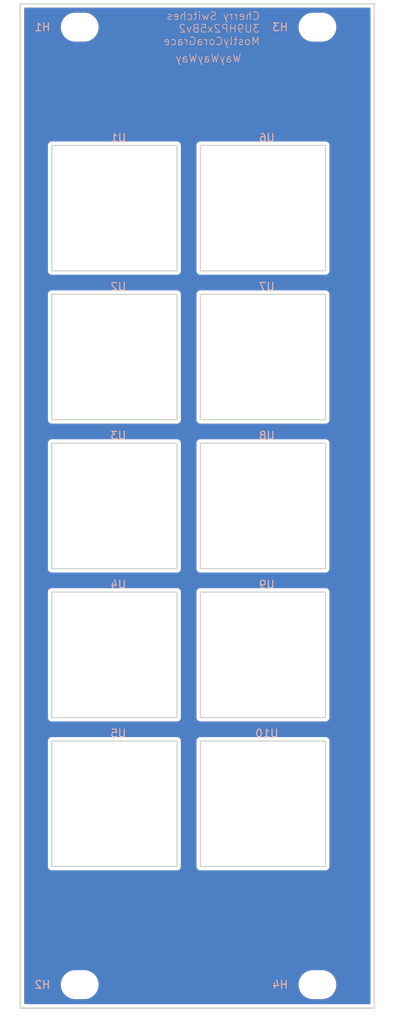
<source format=kicad_pcb>
(kicad_pcb (version 20241229) (generator "pcbnew") (generator_version "9.0")
  (layers (0 "F.Cu" signal) (2 "B.Cu" signal) (13 "F.Paste" user) (15 "B.Paste" user) (5 "F.SilkS" user "F.Silkscreen") (7 "B.SilkS" user "B.Silkscreen") (1 "F.Mask" user) (3 "B.Mask" user) (25 "Edge.Cuts" user))
  (net 0 "")
  (footprint "EXC:SW_Cherry_MX_1.00u_Clearance" (layer "F.Cu") (at 31.115 28.575)
    (property "Reference" "U6" (at 0.5 -9 0) (layer "B.SilkS") (effects (justify mirror)))
    (property "Value" "~")
    (fp_rect (start -8.025 -8.025) (end 8.025 8.025) (stroke (width 0.15)) (fill no) (layer "Edge.Cuts"))
  )
  (footprint "EXC:SW_Cherry_MX_1.00u_Clearance" (layer "F.Cu") (at 31.115 66.675)
    (property "Reference" "U8" (at 0.5 -9 0) (layer "B.SilkS") (effects (justify mirror)))
    (property "Value" "~")
    (fp_rect (start -8.025 -8.025) (end 8.025 8.025) (stroke (width 0.15)) (fill no) (layer "Edge.Cuts"))
  )
  (footprint "EXC:MountingHole_3.2mm_M3" (layer "F.Cu") (at 38.1 127.925)
    (property "Reference" "H4" (at -3.683 0 0) (layer "B.SilkS") (effects (justify left mirror)))
    (property "Value" "Eurorack_M3_MountingHole")
    (pad "" np_thru_hole oval (at 0 0) (size 4.34 3.2) (drill oval 4.34 3.2) (layers "*.Cu" "*.Mask"))
  )
  (footprint "EXC:SW_Cherry_MX_1.00u_Clearance" (layer "F.Cu") (at 12.065 104.775)
    (property "Reference" "U5" (at 0.5 -9 0) (layer "B.SilkS") (effects (justify mirror)))
    (property "Value" "~")
    (fp_rect (start -8.025 -8.025) (end 8.025 8.025) (stroke (width 0.15)) (fill no) (layer "Edge.Cuts"))
  )
  (footprint "EXC:MountingHole_3.2mm_M3" (layer "F.Cu") (at 38.1 5.425)
    (property "Reference" "H3" (at -3.683 0 0) (layer "B.SilkS") (effects (justify left mirror)))
    (property "Value" "Eurorack_M3_MountingHole")
    (pad "" np_thru_hole oval (at 0 0) (size 4.34 3.2) (drill oval 4.34 3.2) (layers "*.Cu" "*.Mask"))
  )
  (footprint "EXC:SW_Cherry_MX_1.00u_Clearance" (layer "F.Cu") (at 12.065 85.725)
    (property "Reference" "U4" (at 0.5 -9 0) (layer "B.SilkS") (effects (justify mirror)))
    (property "Value" "~")
    (fp_rect (start -8.025 -8.025) (end 8.025 8.025) (stroke (width 0.15)) (fill no) (layer "Edge.Cuts"))
  )
  (footprint "EXC:SW_Cherry_MX_1.00u_Clearance" (layer "F.Cu") (at 31.115 104.775)
    (property "Reference" "U10" (at 0.5 -9 0) (layer "B.SilkS") (effects (justify mirror)))
    (property "Value" "~")
    (fp_rect (start -8.025 -8.025) (end 8.025 8.025) (stroke (width 0.15)) (fill no) (layer "Edge.Cuts"))
  )
  (footprint "EXC:MountingHole_3.2mm_M3" (layer "F.Cu") (at 7.62 5.425)
    (property "Reference" "H1" (at -3.683 0 0) (layer "B.SilkS") (effects (justify left mirror)))
    (property "Value" "Eurorack_M3_MountingHole")
    (pad "" np_thru_hole oval (at 0 0) (size 4.34 3.2) (drill oval 4.34 3.2) (layers "*.Cu" "*.Mask"))
  )
  (footprint "EXC:MountingHole_3.2mm_M3" (layer "F.Cu") (at 7.62 127.925)
    (property "Reference" "H2" (at -3.683 0 0) (layer "B.SilkS") (effects (justify left mirror)))
    (property "Value" "Eurorack_M3_MountingHole")
    (pad "" np_thru_hole oval (at 0 0) (size 4.34 3.2) (drill oval 4.34 3.2) (layers "*.Cu" "*.Mask"))
  )
  (footprint "EXC:SW_Cherry_MX_1.00u_Clearance" (layer "F.Cu") (at 12.065 47.625)
    (property "Reference" "U2" (at 0.5 -9 0) (layer "B.SilkS") (effects (justify mirror)))
    (property "Value" "~")
    (fp_rect (start -8.025 -8.025) (end 8.025 8.025) (stroke (width 0.15)) (fill no) (layer "Edge.Cuts"))
  )
  (footprint "EXC:SW_Cherry_MX_1.00u_Clearance" (layer "F.Cu") (at 12.065 28.575)
    (property "Reference" "U1" (at 0.5 -9 0) (layer "B.SilkS") (effects (justify mirror)))
    (property "Value" "~")
    (fp_rect (start -8.025 -8.025) (end 8.025 8.025) (stroke (width 0.15)) (fill no) (layer "Edge.Cuts"))
  )
  (footprint "EXC:SW_Cherry_MX_1.00u_Clearance" (layer "F.Cu") (at 31.115 85.725)
    (property "Reference" "U9" (at 0.5 -9 0) (layer "B.SilkS") (effects (justify mirror)))
    (property "Value" "~")
    (fp_rect (start -8.025 -8.025) (end 8.025 8.025) (stroke (width 0.15)) (fill no) (layer "Edge.Cuts"))
  )
  (footprint "EXC:SW_Cherry_MX_1.00u_Clearance" (layer "F.Cu") (at 31.115 47.625)
    (property "Reference" "U7" (at 0.5 -9 0) (layer "B.SilkS") (effects (justify mirror)))
    (property "Value" "~")
    (fp_rect (start -8.025 -8.025) (end 8.025 8.025) (stroke (width 0.15)) (fill no) (layer "Edge.Cuts"))
  )
  (footprint "EXC:SW_Cherry_MX_1.00u_Clearance" (layer "F.Cu") (at 12.065 66.675)
    (property "Reference" "U3" (at 0.5 -9 0) (layer "B.SilkS") (effects (justify mirror)))
    (property "Value" "~")
    (fp_rect (start -8.025 -8.025) (end 8.025 8.025) (stroke (width 0.15)) (fill no) (layer "Edge.Cuts"))
  )
  (gr_rect (start 0 2.425) (end 45.4 130.925) (stroke (width 0.2)) (fill no) (layer "Edge.Cuts"))
  (gr_text "Cherry Switches\n3U9HP2x5Bv2\nMostlyCoraGrace" (at 30.8 7.8 0) (layer "B.SilkS") (effects (font (size 1 1) (thickness 0.1)) (justify left bottom mirror)))
  (gr_text "WayWayWay" (at 28.4 10 0) (layer "B.SilkS") (effects (font (size 1 1) (thickness 0.1)) (justify left bottom mirror)))
  (zone (net 0) (net_name "") (layers "F.Cu" "B.Cu") (connect_pads (clearance 0.5)) (min_thickness 0.25) (fill yes (thermal_gap 0.5) (thermal_bridge_width 0.5) (island_removal_mode 1) (island_area_min 10))
    (polygon (pts (xy 0 2.425) (xy 45.4 2.425) (xy 45.4 130.925) (xy 0 130.925)))
  )
)
</source>
